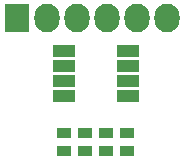
<source format=gbs>
G04 #@! TF.FileFunction,Soldermask,Bot*
%FSLAX46Y46*%
G04 Gerber Fmt 4.6, Leading zero omitted, Abs format (unit mm)*
G04 Created by KiCad (PCBNEW 4.0.1-stable) date 2/21/2016 12:36:31 PM*
%MOMM*%
G01*
G04 APERTURE LIST*
%ADD10C,0.100000*%
%ADD11R,2.127200X2.432000*%
%ADD12O,2.127200X2.432000*%
%ADD13R,1.300000X0.900000*%
%ADD14R,1.950000X1.000000*%
G04 APERTURE END LIST*
D10*
D11*
X130650000Y-71025000D03*
D12*
X133190000Y-71025000D03*
X135730000Y-71025000D03*
X138270000Y-71025000D03*
X140810000Y-71025000D03*
X143350000Y-71025000D03*
D13*
X136425000Y-82275000D03*
X136425000Y-80775000D03*
X134650000Y-82275000D03*
X134650000Y-80775000D03*
X138225000Y-82275000D03*
X138225000Y-80775000D03*
X140000000Y-82275000D03*
X140000000Y-80775000D03*
D14*
X134625000Y-77605000D03*
X134625000Y-76335000D03*
X134625000Y-75065000D03*
X134625000Y-73795000D03*
X140025000Y-73795000D03*
X140025000Y-75065000D03*
X140025000Y-76335000D03*
X140025000Y-77605000D03*
M02*

</source>
